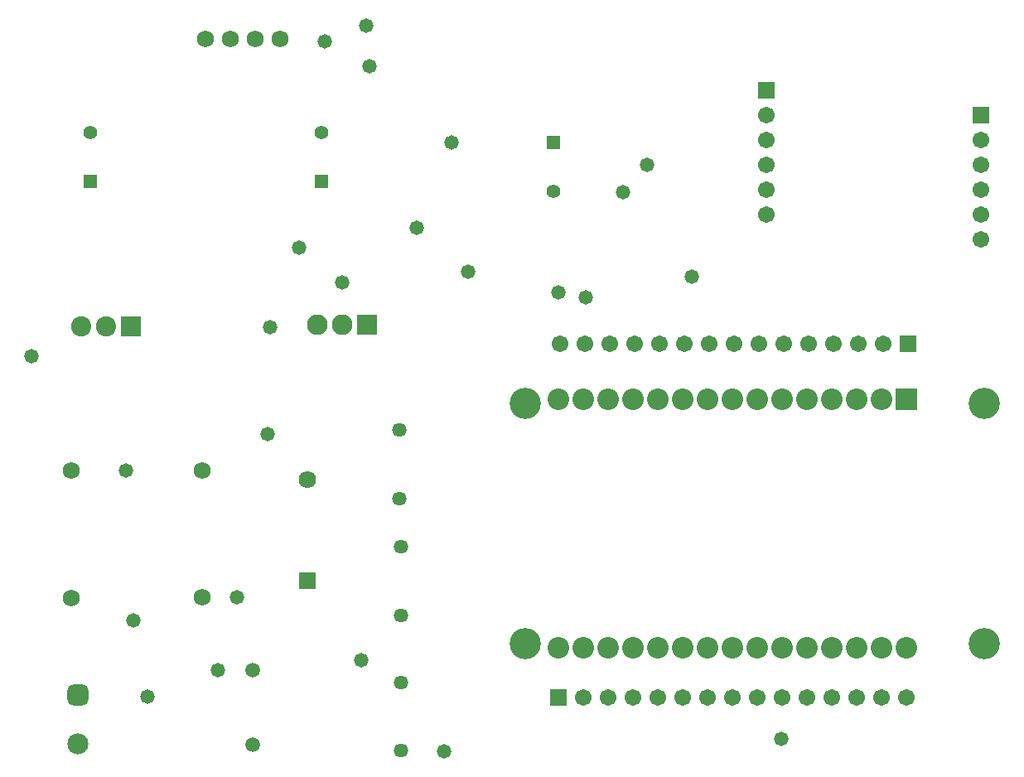
<source format=gts>
G04*
G04 #@! TF.GenerationSoftware,Altium Limited,Altium Designer,24.5.2 (23)*
G04*
G04 Layer_Color=8388736*
%FSLAX44Y44*%
%MOMM*%
G71*
G04*
G04 #@! TF.SameCoordinates,6AB9B958-AD33-4624-B604-30B7BB5DF34D*
G04*
G04*
G04 #@! TF.FilePolarity,Negative*
G04*
G01*
G75*
%ADD17C,1.7332*%
%ADD18C,2.1532*%
G04:AMPARAMS|DCode=19|XSize=2.1532mm|YSize=2.1532mm|CornerRadius=0.5891mm|HoleSize=0mm|Usage=FLASHONLY|Rotation=270.000|XOffset=0mm|YOffset=0mm|HoleType=Round|Shape=RoundedRectangle|*
%AMROUNDEDRECTD19*
21,1,2.1532,0.9750,0,0,270.0*
21,1,0.9750,2.1532,0,0,270.0*
1,1,1.1782,-0.4875,-0.4875*
1,1,1.1782,-0.4875,0.4875*
1,1,1.1782,0.4875,0.4875*
1,1,1.1782,0.4875,-0.4875*
%
%ADD19ROUNDEDRECTD19*%
%ADD20C,3.2032*%
%ADD21C,2.2032*%
%ADD22R,2.2032X2.2032*%
%ADD23R,1.7032X1.7032*%
%ADD24C,1.7032*%
%ADD25C,2.1132*%
%ADD26R,2.1132X2.1132*%
%ADD27C,1.7500*%
%ADD28C,1.7932*%
%ADD29R,1.7932X1.7932*%
%ADD30C,1.5032*%
%ADD31C,1.4612*%
%ADD32C,1.4032*%
%ADD33R,1.4032X1.4032*%
%ADD34R,1.7032X1.7032*%
%ADD35R,2.0632X2.0632*%
%ADD36C,2.0632*%
%ADD37C,1.4732*%
D17*
X275590Y779780D02*
D03*
X199390D02*
D03*
X224790D02*
D03*
X250190D02*
D03*
D18*
X68580Y59690D02*
D03*
D19*
Y109690D02*
D03*
D20*
X995270Y407280D02*
D03*
Y162180D02*
D03*
X525770D02*
D03*
Y407280D02*
D03*
D21*
X560070Y157480D02*
D03*
X585470D02*
D03*
X610870D02*
D03*
X636270D02*
D03*
X661670D02*
D03*
X687070D02*
D03*
X712470D02*
D03*
X737870D02*
D03*
X763270D02*
D03*
X788670D02*
D03*
X814070D02*
D03*
X839470D02*
D03*
X864870D02*
D03*
X890270D02*
D03*
X915670D02*
D03*
X560070Y411480D02*
D03*
X585470D02*
D03*
X610870D02*
D03*
X636270D02*
D03*
X661670D02*
D03*
X687070D02*
D03*
X712470D02*
D03*
X737870D02*
D03*
X763270D02*
D03*
X788670D02*
D03*
X814070D02*
D03*
X839470D02*
D03*
X864870D02*
D03*
X890270D02*
D03*
D22*
X915670D02*
D03*
D23*
X916940Y468630D02*
D03*
X560070Y106680D02*
D03*
D24*
X891540Y468630D02*
D03*
X866140D02*
D03*
X840740D02*
D03*
X815340D02*
D03*
X789940D02*
D03*
X764540D02*
D03*
X739140D02*
D03*
X713740D02*
D03*
X688340D02*
D03*
X662940D02*
D03*
X637540D02*
D03*
X612140D02*
D03*
X586740D02*
D03*
X561340D02*
D03*
X991870Y676910D02*
D03*
Y651510D02*
D03*
Y626110D02*
D03*
Y600710D02*
D03*
Y575310D02*
D03*
X772160Y702310D02*
D03*
Y676910D02*
D03*
Y651510D02*
D03*
Y626110D02*
D03*
Y600710D02*
D03*
X915670Y106680D02*
D03*
X890270D02*
D03*
X864870D02*
D03*
X839470D02*
D03*
X814070D02*
D03*
X788670D02*
D03*
X763270D02*
D03*
X737870D02*
D03*
X712470D02*
D03*
X687070D02*
D03*
X661670D02*
D03*
X636270D02*
D03*
X610870D02*
D03*
X585470D02*
D03*
D25*
X313590Y487680D02*
D03*
X339090D02*
D03*
D26*
X364590D02*
D03*
D27*
X195580Y339320D02*
D03*
Y209320D02*
D03*
X62230Y209090D02*
D03*
Y339090D02*
D03*
D28*
X303530Y329930D02*
D03*
D29*
Y226330D02*
D03*
D30*
X247650Y134620D02*
D03*
Y58420D02*
D03*
D31*
X397510Y310440D02*
D03*
Y380440D02*
D03*
X398780Y191060D02*
D03*
Y261060D02*
D03*
Y122630D02*
D03*
Y52630D02*
D03*
D32*
X317500Y684530D02*
D03*
X81280Y684130D02*
D03*
X554990Y624370D02*
D03*
D33*
X317500Y634530D02*
D03*
X81280Y634130D02*
D03*
X554990Y674370D02*
D03*
D34*
X991870Y702310D02*
D03*
X772160Y727710D02*
D03*
D35*
X123190Y486410D02*
D03*
D36*
X97790D02*
D03*
X72390D02*
D03*
D37*
X321310Y777240D02*
D03*
X363220Y793750D02*
D03*
X443230Y52070D02*
D03*
X358140Y144780D02*
D03*
X787400Y64770D02*
D03*
X588010Y515620D02*
D03*
X560070Y520700D02*
D03*
X695960Y537210D02*
D03*
X125730Y186030D02*
D03*
X415290Y586740D02*
D03*
X339090Y530860D02*
D03*
X450850Y674370D02*
D03*
X626110Y623570D02*
D03*
X467360Y542290D02*
D03*
X139700Y107950D02*
D03*
X262890Y375920D02*
D03*
X231140Y209550D02*
D03*
X212090Y134620D02*
D03*
X21590Y455930D02*
D03*
X294640Y566420D02*
D03*
X367030Y751840D02*
D03*
X650240Y651510D02*
D03*
X118110Y339090D02*
D03*
X265430Y485140D02*
D03*
M02*

</source>
